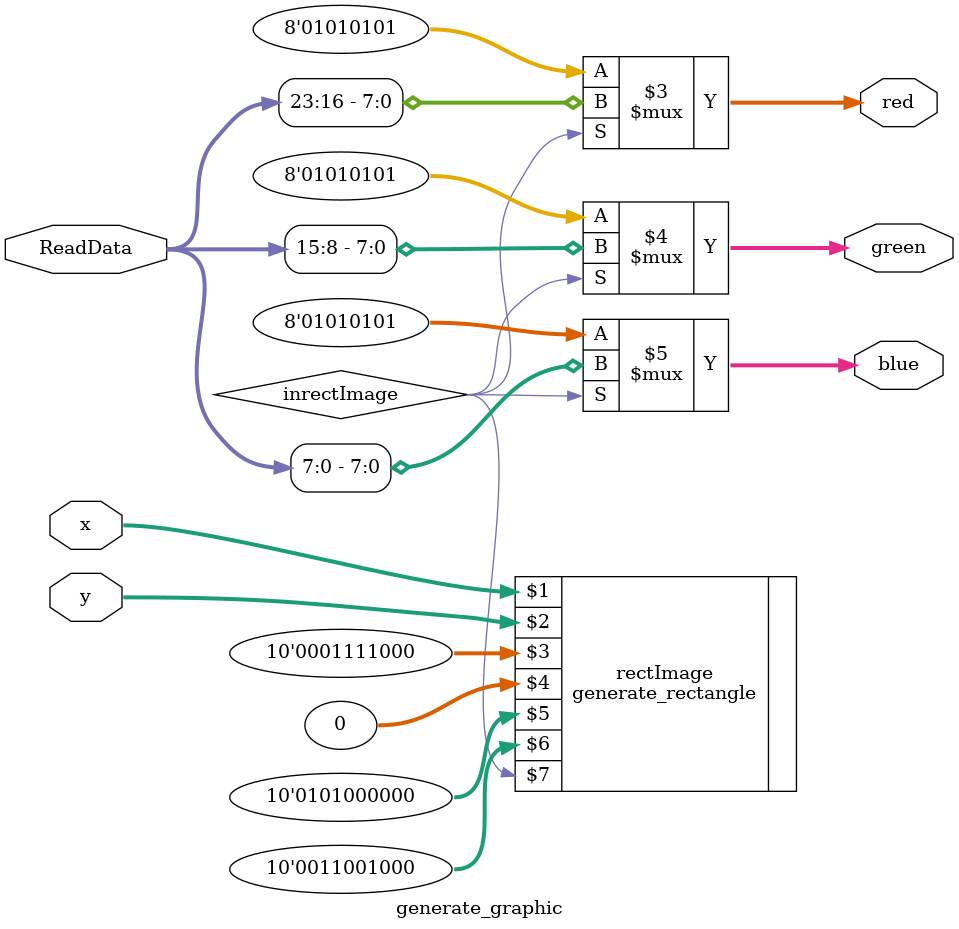
<source format=sv>
module generate_graphic (
  input logic [9:0] x, y,
  input logic [31:0] ReadData,
  output logic [7:0] red, green, blue
);

  logic inrectBGLeft;
  logic inrectBGRight;
  logic inrectImage;
	 
  
  generate_rectangle rectImage(x, y, 10'd120, 0, 10'd320, 10'd200, inrectImage);
  
  always_comb begin
    red   = (inrectImage ? ReadData[23:16] : 8'b01010101);
    green = (inrectImage ? ReadData[15:8] : 8'b01010101);
    blue  = (inrectImage ? ReadData[7:0] : 8'b01010101);
  end

endmodule 
</source>
